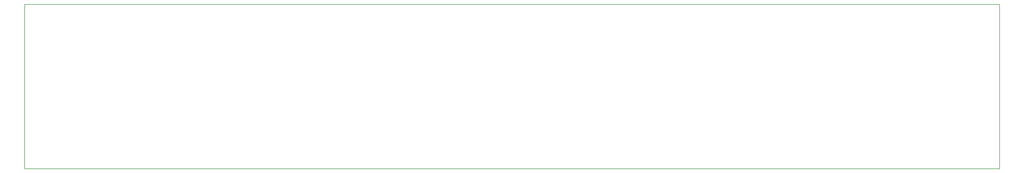
<source format=gbr>
G04 DipTrace 2.4.0.1*
%INBoardOutline.gbr*%
%MOIN*%
%ADD11C,0.006*%
%FSLAX44Y44*%
G04*
G70*
G90*
G75*
G01*
%LNBoardOutline*%
%LPD*%
X3940Y25940D2*
D11*
X134440D1*
Y3940D1*
X3940D1*
Y25940D1*
M02*

</source>
